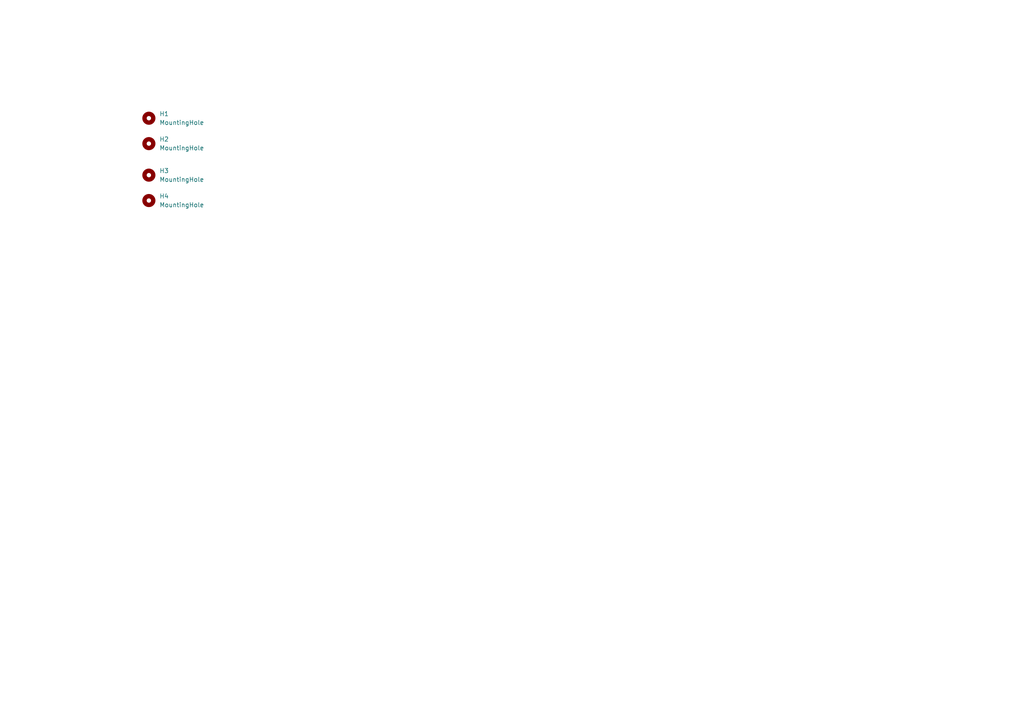
<source format=kicad_sch>
(kicad_sch (version 20211123) (generator eeschema)

  (uuid 193b4c06-eaa8-4ee3-94af-0fd322bfdfcb)

  (paper "A4")

  (lib_symbols
    (symbol "Mechanical:MountingHole" (pin_names (offset 1.016)) (in_bom yes) (on_board yes)
      (property "Reference" "H" (id 0) (at 0 5.08 0)
        (effects (font (size 1.27 1.27)))
      )
      (property "Value" "MountingHole" (id 1) (at 0 3.175 0)
        (effects (font (size 1.27 1.27)))
      )
      (property "Footprint" "" (id 2) (at 0 0 0)
        (effects (font (size 1.27 1.27)) hide)
      )
      (property "Datasheet" "~" (id 3) (at 0 0 0)
        (effects (font (size 1.27 1.27)) hide)
      )
      (property "ki_keywords" "mounting hole" (id 4) (at 0 0 0)
        (effects (font (size 1.27 1.27)) hide)
      )
      (property "ki_description" "Mounting Hole without connection" (id 5) (at 0 0 0)
        (effects (font (size 1.27 1.27)) hide)
      )
      (property "ki_fp_filters" "MountingHole*" (id 6) (at 0 0 0)
        (effects (font (size 1.27 1.27)) hide)
      )
      (symbol "MountingHole_0_1"
        (circle (center 0 0) (radius 1.27)
          (stroke (width 1.27) (type default) (color 0 0 0 0))
          (fill (type none))
        )
      )
    )
  )


  (symbol (lib_id "Mechanical:MountingHole") (at 43.18 50.8 0) (unit 1)
    (in_bom yes) (on_board yes) (fields_autoplaced)
    (uuid 05ce7e2c-3c4b-485f-a9f2-99d1776effd9)
    (property "Reference" "H3" (id 0) (at 46.228 49.5299 0)
      (effects (font (size 1.27 1.27)) (justify left))
    )
    (property "Value" "MountingHole" (id 1) (at 46.228 52.0699 0)
      (effects (font (size 1.27 1.27)) (justify left))
    )
    (property "Footprint" "MountingHole:MountingHole_4.3mm_M4_Pad_Via" (id 2) (at 43.18 50.8 0)
      (effects (font (size 1.27 1.27)) hide)
    )
    (property "Datasheet" "~" (id 3) (at 43.18 50.8 0)
      (effects (font (size 1.27 1.27)) hide)
    )
  )

  (symbol (lib_id "Mechanical:MountingHole") (at 43.18 41.656 0) (unit 1)
    (in_bom yes) (on_board yes) (fields_autoplaced)
    (uuid 681db6e1-4c11-4fb7-aa94-0bdd55ff0316)
    (property "Reference" "H2" (id 0) (at 46.228 40.3859 0)
      (effects (font (size 1.27 1.27)) (justify left))
    )
    (property "Value" "MountingHole" (id 1) (at 46.228 42.9259 0)
      (effects (font (size 1.27 1.27)) (justify left))
    )
    (property "Footprint" "MountingHole:MountingHole_4.3mm_M4_Pad_Via" (id 2) (at 43.18 41.656 0)
      (effects (font (size 1.27 1.27)) hide)
    )
    (property "Datasheet" "~" (id 3) (at 43.18 41.656 0)
      (effects (font (size 1.27 1.27)) hide)
    )
  )

  (symbol (lib_id "Mechanical:MountingHole") (at 43.18 58.166 0) (unit 1)
    (in_bom yes) (on_board yes) (fields_autoplaced)
    (uuid 749dd78f-7a77-4ab0-940c-32148bde469c)
    (property "Reference" "H4" (id 0) (at 46.228 56.8959 0)
      (effects (font (size 1.27 1.27)) (justify left))
    )
    (property "Value" "MountingHole" (id 1) (at 46.228 59.4359 0)
      (effects (font (size 1.27 1.27)) (justify left))
    )
    (property "Footprint" "MountingHole:MountingHole_4.3mm_M4_Pad_Via" (id 2) (at 43.18 58.166 0)
      (effects (font (size 1.27 1.27)) hide)
    )
    (property "Datasheet" "~" (id 3) (at 43.18 58.166 0)
      (effects (font (size 1.27 1.27)) hide)
    )
  )

  (symbol (lib_id "Mechanical:MountingHole") (at 43.18 34.29 0) (unit 1)
    (in_bom yes) (on_board yes) (fields_autoplaced)
    (uuid f9aaa1c7-7ce4-4f7f-a966-aba542b6b438)
    (property "Reference" "H1" (id 0) (at 46.228 33.0199 0)
      (effects (font (size 1.27 1.27)) (justify left))
    )
    (property "Value" "MountingHole" (id 1) (at 46.228 35.5599 0)
      (effects (font (size 1.27 1.27)) (justify left))
    )
    (property "Footprint" "MountingHole:MountingHole_4.3mm_M4_Pad_Via" (id 2) (at 43.18 34.29 0)
      (effects (font (size 1.27 1.27)) hide)
    )
    (property "Datasheet" "~" (id 3) (at 43.18 34.29 0)
      (effects (font (size 1.27 1.27)) hide)
    )
  )

  (sheet_instances
    (path "/" (page "1"))
  )

  (symbol_instances
    (path "/f9aaa1c7-7ce4-4f7f-a966-aba542b6b438"
      (reference "H1") (unit 1) (value "MountingHole") (footprint "MountingHole:MountingHole_4.3mm_M4_Pad_Via")
    )
    (path "/681db6e1-4c11-4fb7-aa94-0bdd55ff0316"
      (reference "H2") (unit 1) (value "MountingHole") (footprint "MountingHole:MountingHole_4.3mm_M4_Pad_Via")
    )
    (path "/05ce7e2c-3c4b-485f-a9f2-99d1776effd9"
      (reference "H3") (unit 1) (value "MountingHole") (footprint "MountingHole:MountingHole_4.3mm_M4_Pad_Via")
    )
    (path "/749dd78f-7a77-4ab0-940c-32148bde469c"
      (reference "H4") (unit 1) (value "MountingHole") (footprint "MountingHole:MountingHole_4.3mm_M4_Pad_Via")
    )
  )
)

</source>
